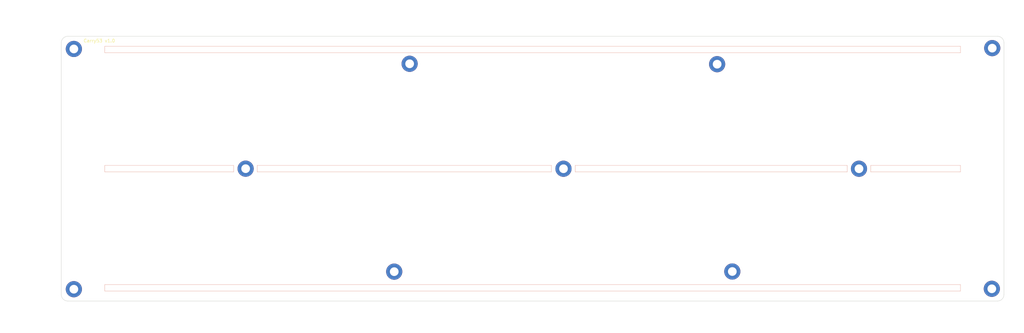
<source format=kicad_pcb>
(kicad_pcb (version 20171130) (host pcbnew "(5.1.4-0-10_14)")

  (general
    (thickness 1.6)
    (drawings 42)
    (tracks 0)
    (zones 0)
    (modules 11)
    (nets 1)
  )

  (page A4)
  (layers
    (0 F.Cu signal)
    (31 B.Cu signal)
    (32 B.Adhes user)
    (33 F.Adhes user)
    (34 B.Paste user)
    (35 F.Paste user)
    (36 B.SilkS user)
    (37 F.SilkS user)
    (38 B.Mask user)
    (39 F.Mask user)
    (40 Dwgs.User user)
    (41 Cmts.User user)
    (42 Eco1.User user)
    (43 Eco2.User user)
    (44 Edge.Cuts user)
    (45 Margin user)
    (46 B.CrtYd user)
    (47 F.CrtYd user)
    (48 B.Fab user)
    (49 F.Fab user)
  )

  (setup
    (last_trace_width 0.25)
    (user_trace_width 0.381)
    (trace_clearance 0.2)
    (zone_clearance 0.508)
    (zone_45_only no)
    (trace_min 0.2)
    (via_size 0.8)
    (via_drill 0.4)
    (via_min_size 0.4)
    (via_min_drill 0.3)
    (uvia_size 0.3)
    (uvia_drill 0.1)
    (uvias_allowed no)
    (uvia_min_size 0.2)
    (uvia_min_drill 0.1)
    (edge_width 0.05)
    (segment_width 0.2)
    (pcb_text_width 0.3)
    (pcb_text_size 1.5 1.5)
    (mod_edge_width 0.12)
    (mod_text_size 1 1)
    (mod_text_width 0.15)
    (pad_size 2 2)
    (pad_drill 1.2)
    (pad_to_mask_clearance 0.051)
    (solder_mask_min_width 0.25)
    (aux_axis_origin 0 0)
    (grid_origin 24.6375 51.3875)
    (visible_elements FFFFFF7F)
    (pcbplotparams
      (layerselection 0x010fc_ffffffff)
      (usegerberextensions false)
      (usegerberattributes false)
      (usegerberadvancedattributes false)
      (creategerberjobfile false)
      (excludeedgelayer true)
      (linewidth 0.100000)
      (plotframeref false)
      (viasonmask false)
      (mode 1)
      (useauxorigin false)
      (hpglpennumber 1)
      (hpglpenspeed 20)
      (hpglpendiameter 15.000000)
      (psnegative false)
      (psa4output false)
      (plotreference true)
      (plotvalue true)
      (plotinvisibletext false)
      (padsonsilk false)
      (subtractmaskfromsilk false)
      (outputformat 1)
      (mirror false)
      (drillshape 1)
      (scaleselection 1)
      (outputdirectory ""))
  )

  (net 0 "")

  (net_class Default "これはデフォルトのネット クラスです。"
    (clearance 0.2)
    (trace_width 0.25)
    (via_dia 0.8)
    (via_drill 0.4)
    (uvia_dia 0.3)
    (uvia_drill 0.1)
  )

  (module MountingHole:MountingHole_2.7mm_Pad (layer F.Cu) (tedit 65B7A54C) (tstamp 65B7E567)
    (at 299.5295 15.0495)
    (descr "Mounting Hole 2.7mm")
    (tags "mounting hole 2.7mm")
    (attr virtual)
    (fp_text reference REF** (at 0 -3.7) (layer F.SilkS) hide
      (effects (font (size 1 1) (thickness 0.15)))
    )
    (fp_text value MountingHole_2.7mm_Pad (at 0 3.7) (layer F.Fab)
      (effects (font (size 1 1) (thickness 0.15)))
    )
    (fp_circle (center 0 0) (end 2.95 0) (layer F.CrtYd) (width 0.05))
    (fp_circle (center 0 0) (end 2.7 0) (layer Cmts.User) (width 0.15))
    (fp_text user %R (at 0.3 0) (layer F.Fab)
      (effects (font (size 1 1) (thickness 0.15)))
    )
    (pad 1 thru_hole circle (at 0 0) (size 5 5) (drill 2.7) (layers *.Cu *.Mask))
  )

  (module MountingHole:MountingHole_2.7mm_Pad (layer F.Cu) (tedit 65B7A54C) (tstamp 65D621C2)
    (at 15.0495 15.3035)
    (descr "Mounting Hole 2.7mm")
    (tags "mounting hole 2.7mm")
    (attr virtual)
    (fp_text reference REF** (at 0 -3.7) (layer F.SilkS) hide
      (effects (font (size 1 1) (thickness 0.15)))
    )
    (fp_text value MountingHole_2.7mm_Pad (at 0 3.7) (layer F.Fab)
      (effects (font (size 1 1) (thickness 0.15)))
    )
    (fp_circle (center 0 0) (end 2.95 0) (layer F.CrtYd) (width 0.05))
    (fp_circle (center 0 0) (end 2.7 0) (layer Cmts.User) (width 0.15))
    (fp_text user %R (at 0.3 0) (layer F.Fab)
      (effects (font (size 1 1) (thickness 0.15)))
    )
    (pad 1 thru_hole circle (at 0 0) (size 5 5) (drill 2.7) (layers *.Cu *.Mask))
  )

  (module MountingHole:MountingHole_2.7mm_Pad (layer F.Cu) (tedit 65B7A54C) (tstamp 65B7E575)
    (at 15.0495 89.7255)
    (descr "Mounting Hole 2.7mm")
    (tags "mounting hole 2.7mm")
    (attr virtual)
    (fp_text reference REF** (at 0 -3.7) (layer F.SilkS) hide
      (effects (font (size 1 1) (thickness 0.15)))
    )
    (fp_text value MountingHole_2.7mm_Pad (at 0 3.7) (layer F.Fab)
      (effects (font (size 1 1) (thickness 0.15)))
    )
    (fp_text user %R (at 0.3 0) (layer F.Fab)
      (effects (font (size 1 1) (thickness 0.15)))
    )
    (fp_circle (center 0 0) (end 2.7 0) (layer Cmts.User) (width 0.15))
    (fp_circle (center 0 0) (end 2.95 0) (layer F.CrtYd) (width 0.05))
    (pad 1 thru_hole circle (at 0 0) (size 5 5) (drill 2.7) (layers *.Cu *.Mask))
  )

  (module MountingHole:MountingHole_2.7mm_Pad (layer F.Cu) (tedit 65B7A54C) (tstamp 65C09A43)
    (at 119.0625 19.8965)
    (descr "Mounting Hole 2.7mm")
    (tags "mounting hole 2.7mm")
    (attr virtual)
    (fp_text reference REF** (at 0 -3.7) (layer F.SilkS) hide
      (effects (font (size 1 1) (thickness 0.15)))
    )
    (fp_text value MountingHole_2.7mm_Pad (at 0 3.7) (layer F.Fab)
      (effects (font (size 1 1) (thickness 0.15)))
    )
    (fp_text user %R (at 0.3 0) (layer F.Fab)
      (effects (font (size 1 1) (thickness 0.15)))
    )
    (fp_circle (center 0 0) (end 2.7 0) (layer Cmts.User) (width 0.15))
    (fp_circle (center 0 0) (end 2.95 0) (layer F.CrtYd) (width 0.05))
    (pad 1 thru_hole circle (at 0 0) (size 5 5) (drill 2.7) (layers *.Cu *.Mask))
  )

  (module MountingHole:MountingHole_2.7mm_Pad (layer F.Cu) (tedit 65B7A54C) (tstamp 65C1BEA6)
    (at 214.3125 20.0235)
    (descr "Mounting Hole 2.7mm")
    (tags "mounting hole 2.7mm")
    (attr virtual)
    (fp_text reference REF** (at 0 -3.7) (layer F.SilkS) hide
      (effects (font (size 1 1) (thickness 0.15)))
    )
    (fp_text value MountingHole_2.7mm_Pad (at 0 3.7) (layer F.Fab)
      (effects (font (size 1 1) (thickness 0.15)))
    )
    (fp_circle (center 0 0) (end 2.95 0) (layer F.CrtYd) (width 0.05))
    (fp_circle (center 0 0) (end 2.7 0) (layer Cmts.User) (width 0.15))
    (fp_text user %R (at 0.3 0) (layer F.Fab)
      (effects (font (size 1 1) (thickness 0.15)))
    )
    (pad 1 thru_hole circle (at 0 0) (size 5 5) (drill 2.7) (layers *.Cu *.Mask))
  )

  (module MountingHole:MountingHole_2.7mm_Pad (layer F.Cu) (tedit 65B7A54C) (tstamp 65B7E53D)
    (at 68.2625 52.3875)
    (descr "Mounting Hole 2.7mm")
    (tags "mounting hole 2.7mm")
    (attr virtual)
    (fp_text reference REF** (at 0 -3.7) (layer F.SilkS) hide
      (effects (font (size 1 1) (thickness 0.15)))
    )
    (fp_text value MountingHole_2.7mm_Pad (at 0 3.7) (layer F.Fab)
      (effects (font (size 1 1) (thickness 0.15)))
    )
    (fp_text user %R (at 0.3 0) (layer F.Fab)
      (effects (font (size 1 1) (thickness 0.15)))
    )
    (fp_circle (center 0 0) (end 2.7 0) (layer Cmts.User) (width 0.15))
    (fp_circle (center 0 0) (end 2.95 0) (layer F.CrtYd) (width 0.05))
    (pad 1 thru_hole circle (at 0 0) (size 5 5) (drill 2.7) (layers *.Cu *.Mask))
  )

  (module MountingHole:MountingHole_2.7mm_Pad (layer F.Cu) (tedit 65B7A54C) (tstamp 65B7E52F)
    (at 299.4025 89.5985)
    (descr "Mounting Hole 2.7mm")
    (tags "mounting hole 2.7mm")
    (attr virtual)
    (fp_text reference REF** (at 0 -3.7) (layer F.SilkS) hide
      (effects (font (size 1 1) (thickness 0.15)))
    )
    (fp_text value MountingHole_2.7mm_Pad (at 0 3.7) (layer F.Fab)
      (effects (font (size 1 1) (thickness 0.15)))
    )
    (fp_circle (center 0 0) (end 2.95 0) (layer F.CrtYd) (width 0.05))
    (fp_circle (center 0 0) (end 2.7 0) (layer Cmts.User) (width 0.15))
    (fp_text user %R (at 0.3 0) (layer F.Fab)
      (effects (font (size 1 1) (thickness 0.15)))
    )
    (pad 1 thru_hole circle (at 0 0) (size 5 5) (drill 2.7) (layers *.Cu *.Mask))
  )

  (module MountingHole:MountingHole_2.7mm_Pad (layer F.Cu) (tedit 65B7A54C) (tstamp 65B7E521)
    (at 258.2545 52.4085)
    (descr "Mounting Hole 2.7mm")
    (tags "mounting hole 2.7mm")
    (attr virtual)
    (fp_text reference REF** (at 0 -3.7) (layer F.SilkS) hide
      (effects (font (size 1 1) (thickness 0.15)))
    )
    (fp_text value MountingHole_2.7mm_Pad (at 0 3.7) (layer F.Fab)
      (effects (font (size 1 1) (thickness 0.15)))
    )
    (fp_text user %R (at 0.3 0) (layer F.Fab)
      (effects (font (size 1 1) (thickness 0.15)))
    )
    (fp_circle (center 0 0) (end 2.7 0) (layer Cmts.User) (width 0.15))
    (fp_circle (center 0 0) (end 2.95 0) (layer F.CrtYd) (width 0.05))
    (pad 1 thru_hole circle (at 0 0) (size 5 5) (drill 2.7) (layers *.Cu *.Mask))
  )

  (module MountingHole:MountingHole_2.7mm_Pad (layer F.Cu) (tedit 65B7A54C) (tstamp 65B7E513)
    (at 166.71875 52.4085)
    (descr "Mounting Hole 2.7mm")
    (tags "mounting hole 2.7mm")
    (attr virtual)
    (fp_text reference REF** (at 0 -3.7) (layer F.SilkS) hide
      (effects (font (size 1 1) (thickness 0.15)))
    )
    (fp_text value MountingHole_2.7mm_Pad (at 0 3.7) (layer F.Fab)
      (effects (font (size 1 1) (thickness 0.15)))
    )
    (fp_circle (center 0 0) (end 2.95 0) (layer F.CrtYd) (width 0.05))
    (fp_circle (center 0 0) (end 2.7 0) (layer Cmts.User) (width 0.15))
    (fp_text user %R (at 0.3 0) (layer F.Fab)
      (effects (font (size 1 1) (thickness 0.15)))
    )
    (pad 1 thru_hole circle (at 0 0) (size 5 5) (drill 2.7) (layers *.Cu *.Mask))
  )

  (module MountingHole:MountingHole_2.7mm_Pad (layer F.Cu) (tedit 65B7A54C) (tstamp 65B7E505)
    (at 219.0115 84.2435)
    (descr "Mounting Hole 2.7mm")
    (tags "mounting hole 2.7mm")
    (attr virtual)
    (fp_text reference REF** (at 0 -3.7) (layer F.SilkS) hide
      (effects (font (size 1 1) (thickness 0.15)))
    )
    (fp_text value MountingHole_2.7mm_Pad (at 0 3.7) (layer F.Fab)
      (effects (font (size 1 1) (thickness 0.15)))
    )
    (fp_text user %R (at 0.3 0) (layer F.Fab)
      (effects (font (size 1 1) (thickness 0.15)))
    )
    (fp_circle (center 0 0) (end 2.7 0) (layer Cmts.User) (width 0.15))
    (fp_circle (center 0 0) (end 2.95 0) (layer F.CrtYd) (width 0.05))
    (pad 1 thru_hole circle (at 0 0) (size 5 5) (drill 2.7) (layers *.Cu *.Mask))
  )

  (module MountingHole:MountingHole_2.7mm_Pad (layer F.Cu) (tedit 65B7A54C) (tstamp 65B7E40C)
    (at 114.2875 84.2875)
    (descr "Mounting Hole 2.7mm")
    (tags "mounting hole 2.7mm")
    (attr virtual)
    (fp_text reference REF** (at 0 -3.7) (layer F.SilkS) hide
      (effects (font (size 1 1) (thickness 0.15)))
    )
    (fp_text value MountingHole_2.7mm_Pad (at 0 3.7) (layer F.Fab)
      (effects (font (size 1 1) (thickness 0.15)))
    )
    (fp_circle (center 0 0) (end 2.95 0) (layer F.CrtYd) (width 0.05))
    (fp_circle (center 0 0) (end 2.7 0) (layer Cmts.User) (width 0.15))
    (fp_text user %R (at 0.3 0) (layer F.Fab)
      (effects (font (size 1 1) (thickness 0.15)))
    )
    (pad 1 thru_hole circle (at 0 0) (size 5 5) (drill 2.7) (layers *.Cu *.Mask))
  )

  (gr_line (start 289.6875 53.3875) (end 289.6875 51.3875) (layer B.SilkS) (width 0.12) (tstamp 65DB833D))
  (gr_line (start 289.6875 16.4875) (end 289.6875 14.4875) (layer B.SilkS) (width 0.12))
  (dimension 5.1 (width 0.15) (layer Eco1.User)
    (gr_text "5.100 mm" (at 294.2875 13.9375 270) (layer Eco1.User)
      (effects (font (size 1 1) (thickness 0.15)))
    )
    (feature1 (pts (xy 289.6875 16.4875) (xy 293.573921 16.4875)))
    (feature2 (pts (xy 289.6875 11.3875) (xy 293.573921 11.3875)))
    (crossbar (pts (xy 292.9875 11.3875) (xy 292.9875 16.4875)))
    (arrow1a (pts (xy 292.9875 16.4875) (xy 292.401079 15.360996)))
    (arrow1b (pts (xy 292.9875 16.4875) (xy 293.573921 15.360996)))
    (arrow2a (pts (xy 292.9875 11.3875) (xy 292.401079 12.514004)))
    (arrow2b (pts (xy 292.9875 11.3875) (xy 293.573921 12.514004)))
  )
  (dimension 3.1 (width 0.15) (layer Eco1.User)
    (gr_text "3.100 mm" (at 296.5875 12.9375 270) (layer Eco1.User)
      (effects (font (size 1 1) (thickness 0.15)))
    )
    (feature1 (pts (xy 289.6875 14.4875) (xy 295.873921 14.4875)))
    (feature2 (pts (xy 289.6875 11.3875) (xy 295.873921 11.3875)))
    (crossbar (pts (xy 295.2875 11.3875) (xy 295.2875 14.4875)))
    (arrow1a (pts (xy 295.2875 14.4875) (xy 294.701079 13.360996)))
    (arrow1b (pts (xy 295.2875 14.4875) (xy 295.873921 13.360996)))
    (arrow2a (pts (xy 295.2875 11.3875) (xy 294.701079 12.514004)))
    (arrow2b (pts (xy 295.2875 11.3875) (xy 295.873921 12.514004)))
  )
  (dimension 13.5 (width 0.15) (layer Eco1.User)
    (gr_text "13.500 mm" (at 296.4125 1.9875) (layer Eco1.User)
      (effects (font (size 1 1) (thickness 0.15)))
    )
    (feature1 (pts (xy 289.6625 14.2875) (xy 289.6625 2.701079)))
    (feature2 (pts (xy 303.1625 14.2875) (xy 303.1625 2.701079)))
    (crossbar (pts (xy 303.1625 3.2875) (xy 289.6625 3.2875)))
    (arrow1a (pts (xy 289.6625 3.2875) (xy 290.789004 2.701079)))
    (arrow1b (pts (xy 289.6625 3.2875) (xy 290.789004 3.873921)))
    (arrow2a (pts (xy 303.1625 3.2875) (xy 302.035996 2.701079)))
    (arrow2b (pts (xy 303.1625 3.2875) (xy 302.035996 3.873921)))
  )
  (gr_line (start 24.6375 53.3875) (end 64.5375 53.3875) (layer B.SilkS) (width 0.12) (tstamp 65DB96CB))
  (gr_line (start 64.5375 51.3875) (end 24.6375 51.3875) (layer B.SilkS) (width 0.12) (tstamp 65DB96CA))
  (gr_line (start 71.8375 53.3875) (end 162.9875 53.3875) (layer B.SilkS) (width 0.12) (tstamp 65DB96C9))
  (gr_line (start 162.9875 51.3875) (end 71.8375 51.3875) (layer B.SilkS) (width 0.12) (tstamp 65DB96C8))
  (gr_line (start 170.3375 53.3875) (end 254.5875 53.3875) (layer B.SilkS) (width 0.12) (tstamp 65DB96C7))
  (gr_line (start 254.5875 51.3875) (end 170.3375 51.3875) (layer B.SilkS) (width 0.12) (tstamp 65DB96C6))
  (gr_line (start 261.8875 53.3875) (end 289.6875 53.3875) (layer B.SilkS) (width 0.12) (tstamp 65DB96C5))
  (gr_line (start 289.6875 51.3875) (end 261.8875 51.3875) (layer B.SilkS) (width 0.12) (tstamp 65DB96C4))
  (gr_line (start 261.8875 51.3875) (end 261.8875 53.3875) (layer B.SilkS) (width 0.12))
  (gr_line (start 254.5875 51.3875) (end 254.5875 53.3875) (layer B.SilkS) (width 0.12))
  (gr_line (start 170.3375 51.3875) (end 170.3375 53.3875) (layer B.SilkS) (width 0.12))
  (gr_line (start 162.9875 51.3875) (end 162.9875 53.3875) (layer B.SilkS) (width 0.12))
  (gr_line (start 71.8375 51.3875) (end 71.8375 53.3875) (layer B.SilkS) (width 0.12))
  (gr_line (start 64.5375 51.3875) (end 64.5375 53.3875) (layer B.SilkS) (width 0.12))
  (gr_line (start 24.6375 51.3875) (end 24.6375 53.3875) (layer B.SilkS) (width 0.12) (tstamp 65DB82D8))
  (dimension 40 (width 0.12) (layer Eco1.User)
    (gr_text "40.000 mm" (at -4.1325 31.3875 270) (layer Eco1.User)
      (effects (font (size 1 1) (thickness 0.15)))
    )
    (feature1 (pts (xy 24.6375 51.3875) (xy -3.448921 51.3875)))
    (feature2 (pts (xy 24.6375 11.3875) (xy -3.448921 11.3875)))
    (crossbar (pts (xy -2.8625 11.3875) (xy -2.8625 51.3875)))
    (arrow1a (pts (xy -2.8625 51.3875) (xy -3.448921 50.260996)))
    (arrow1b (pts (xy -2.8625 51.3875) (xy -2.276079 50.260996)))
    (arrow2a (pts (xy -2.8625 11.3875) (xy -3.448921 12.514004)))
    (arrow2b (pts (xy -2.8625 11.3875) (xy -2.276079 12.514004)))
  )
  (dimension 3.1 (width 0.15) (layer Eco1.User) (tstamp 65DB71F2)
    (gr_text "3.100 mm" (at 18.4245 91.8375 270) (layer Eco1.User) (tstamp 65DB71F2)
      (effects (font (size 1 1) (thickness 0.15)))
    )
    (feature1 (pts (xy 24.6245 93.3875) (xy 19.138079 93.3875)))
    (feature2 (pts (xy 24.6245 90.2875) (xy 19.138079 90.2875)))
    (crossbar (pts (xy 19.7245 90.2875) (xy 19.7245 93.3875)))
    (arrow1a (pts (xy 19.7245 93.3875) (xy 19.138079 92.260996)))
    (arrow1b (pts (xy 19.7245 93.3875) (xy 20.310921 92.260996)))
    (arrow2a (pts (xy 19.7245 90.2875) (xy 19.138079 91.414004)))
    (arrow2b (pts (xy 19.7245 90.2875) (xy 20.310921 91.414004)))
  )
  (dimension 13.5 (width 0.15) (layer Eco1.User) (tstamp 65DB71E0)
    (gr_text "13.500 mm" (at 17.9125 103.9375) (layer Eco1.User) (tstamp 65DB71E0)
      (effects (font (size 1 1) (thickness 0.15)))
    )
    (feature1 (pts (xy 11.1625 90.4875) (xy 11.1625 103.223921)))
    (feature2 (pts (xy 24.6625 90.4875) (xy 24.6625 103.223921)))
    (crossbar (pts (xy 24.6625 102.6375) (xy 11.1625 102.6375)))
    (arrow1a (pts (xy 11.1625 102.6375) (xy 12.289004 102.051079)))
    (arrow1b (pts (xy 11.1625 102.6375) (xy 12.289004 103.223921)))
    (arrow2a (pts (xy 24.6625 102.6375) (xy 23.535996 102.051079)))
    (arrow2b (pts (xy 24.6625 102.6375) (xy 23.535996 103.223921)))
  )
  (gr_line (start 289.6875 90.2875) (end 289.6875 88.2875) (layer B.SilkS) (width 0.12) (tstamp 65DB854A))
  (gr_line (start 289.6875 88.2875) (end 24.6375 88.2875) (layer B.SilkS) (width 0.12) (tstamp 65DB71D9))
  (gr_line (start 24.6375 88.2875) (end 24.6375 90.2875) (layer B.SilkS) (width 0.12) (tstamp 65DB854F))
  (gr_line (start 24.6375 90.2875) (end 289.6875 90.2875) (layer B.SilkS) (width 0.12) (tstamp 65DB71D7))
  (gr_line (start 289.6875 14.4875) (end 24.6375 14.4875) (layer B.SilkS) (width 0.12) (tstamp 65DB6AC5))
  (gr_line (start 24.6375 16.4875) (end 289.6875 16.4875) (layer B.SilkS) (width 0.12))
  (gr_line (start 24.6375 14.4875) (end 24.6375 16.4875) (layer B.SilkS) (width 0.12))
  (dimension 13.5 (width 0.15) (layer Eco1.User)
    (gr_text "13.500 mm" (at 17.9125 0.8375) (layer Eco1.User)
      (effects (font (size 1 1) (thickness 0.15)))
    )
    (feature1 (pts (xy 24.6625 14.2875) (xy 24.6625 1.551079)))
    (feature2 (pts (xy 11.1625 14.2875) (xy 11.1625 1.551079)))
    (crossbar (pts (xy 11.1625 2.1375) (xy 24.6625 2.1375)))
    (arrow1a (pts (xy 24.6625 2.1375) (xy 23.535996 2.723921)))
    (arrow1b (pts (xy 24.6625 2.1375) (xy 23.535996 1.551079)))
    (arrow2a (pts (xy 11.1625 2.1375) (xy 12.289004 2.723921)))
    (arrow2b (pts (xy 11.1625 2.1375) (xy 12.289004 1.551079)))
  )
  (dimension 5.1 (width 0.15) (layer Eco1.User)
    (gr_text "5.100 mm" (at 21.3375 13.9375 270) (layer Eco1.User)
      (effects (font (size 1 1) (thickness 0.15)))
    )
    (feature1 (pts (xy 24.6375 16.4875) (xy 22.051079 16.4875)))
    (feature2 (pts (xy 24.6375 11.3875) (xy 22.051079 11.3875)))
    (crossbar (pts (xy 22.6375 11.3875) (xy 22.6375 16.4875)))
    (arrow1a (pts (xy 22.6375 16.4875) (xy 22.051079 15.360996)))
    (arrow1b (pts (xy 22.6375 16.4875) (xy 23.223921 15.360996)))
    (arrow2a (pts (xy 22.6375 11.3875) (xy 22.051079 12.514004)))
    (arrow2b (pts (xy 22.6375 11.3875) (xy 23.223921 12.514004)))
  )
  (dimension 3.1 (width 0.15) (layer Eco1.User)
    (gr_text "3.100 mm" (at 18.4375 12.9375 270) (layer Eco1.User)
      (effects (font (size 1 1) (thickness 0.15)))
    )
    (feature1 (pts (xy 24.6375 14.4875) (xy 19.151079 14.4875)))
    (feature2 (pts (xy 24.6375 11.3875) (xy 19.151079 11.3875)))
    (crossbar (pts (xy 19.7375 11.3875) (xy 19.7375 14.4875)))
    (arrow1a (pts (xy 19.7375 14.4875) (xy 19.151079 13.360996)))
    (arrow1b (pts (xy 19.7375 14.4875) (xy 20.323921 13.360996)))
    (arrow2a (pts (xy 19.7375 11.3875) (xy 19.151079 12.514004)))
    (arrow2b (pts (xy 19.7375 11.3875) (xy 20.323921 12.514004)))
  )
  (gr_text "Carry53 v1.0" (at 22.927 12.767) (layer F.SilkS)
    (effects (font (size 1 1) (thickness 0.15)))
  )
  (gr_arc (start 13.1625 91.3875) (end 11.1625 91.3875) (angle -90) (layer Edge.Cuts) (width 0.12))
  (gr_arc (start 301.1625 91.3875) (end 301.1625 93.3875) (angle -90) (layer Edge.Cuts) (width 0.12))
  (gr_arc (start 301.1625 13.3875) (end 303.1625 13.3875) (angle -90) (layer Edge.Cuts) (width 0.12))
  (gr_arc (start 13.1625 13.3875) (end 13.1625 11.3875) (angle -90) (layer Edge.Cuts) (width 0.12))
  (gr_line (start 301.1625 11.3875) (end 13.1625 11.3875) (layer Edge.Cuts) (width 0.12))
  (gr_line (start 303.1625 91.3875) (end 303.1625 13.3875) (layer Edge.Cuts) (width 0.12))
  (gr_line (start 13.1625 93.3875) (end 301.1625 93.3875) (layer Edge.Cuts) (width 0.12))
  (gr_line (start 11.1625 13.3875) (end 11.1625 91.3875) (layer Edge.Cuts) (width 0.12))

)

</source>
